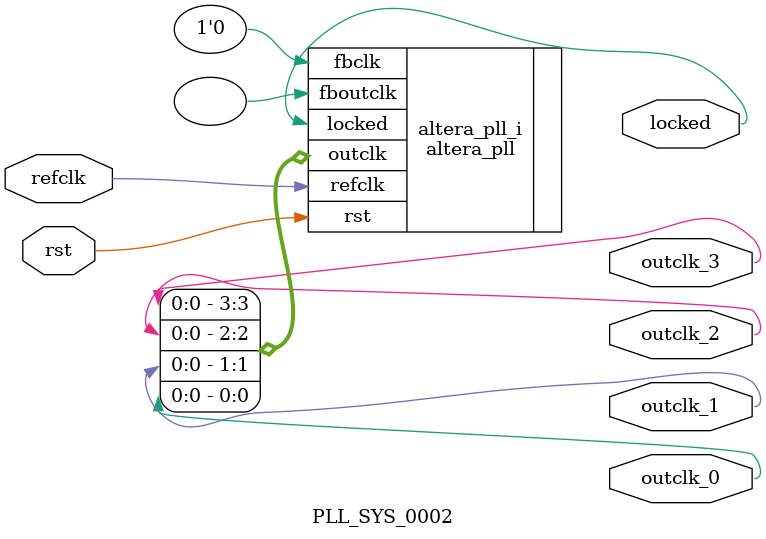
<source format=v>
`timescale 1ns/10ps
module  PLL_SYS_0002(

	// interface 'refclk'
	input wire refclk,

	// interface 'reset'
	input wire rst,

	// interface 'outclk0'
	output wire outclk_0,

	// interface 'outclk1'
	output wire outclk_1,

	// interface 'outclk2'
	output wire outclk_2,

	// interface 'outclk3'
	output wire outclk_3,

	// interface 'locked'
	output wire locked
);

	altera_pll #(
		.fractional_vco_multiplier("false"),
		.reference_clock_frequency("50.0 MHz"),
		.operation_mode("normal"),
		.number_of_clocks(4),
		.output_clock_frequency0("80.000000 MHz"),
		.phase_shift0("0 ps"),
		.duty_cycle0(50),
		.output_clock_frequency1("80.000000 MHz"),
		.phase_shift1("9375 ps"),
		.duty_cycle1(50),
		.output_clock_frequency2("25.000000 MHz"),
		.phase_shift2("0 ps"),
		.duty_cycle2(50),
		.output_clock_frequency3("24.000000 MHz"),
		.phase_shift3("0 ps"),
		.duty_cycle3(50),
		.output_clock_frequency4("0 MHz"),
		.phase_shift4("0 ps"),
		.duty_cycle4(50),
		.output_clock_frequency5("0 MHz"),
		.phase_shift5("0 ps"),
		.duty_cycle5(50),
		.output_clock_frequency6("0 MHz"),
		.phase_shift6("0 ps"),
		.duty_cycle6(50),
		.output_clock_frequency7("0 MHz"),
		.phase_shift7("0 ps"),
		.duty_cycle7(50),
		.output_clock_frequency8("0 MHz"),
		.phase_shift8("0 ps"),
		.duty_cycle8(50),
		.output_clock_frequency9("0 MHz"),
		.phase_shift9("0 ps"),
		.duty_cycle9(50),
		.output_clock_frequency10("0 MHz"),
		.phase_shift10("0 ps"),
		.duty_cycle10(50),
		.output_clock_frequency11("0 MHz"),
		.phase_shift11("0 ps"),
		.duty_cycle11(50),
		.output_clock_frequency12("0 MHz"),
		.phase_shift12("0 ps"),
		.duty_cycle12(50),
		.output_clock_frequency13("0 MHz"),
		.phase_shift13("0 ps"),
		.duty_cycle13(50),
		.output_clock_frequency14("0 MHz"),
		.phase_shift14("0 ps"),
		.duty_cycle14(50),
		.output_clock_frequency15("0 MHz"),
		.phase_shift15("0 ps"),
		.duty_cycle15(50),
		.output_clock_frequency16("0 MHz"),
		.phase_shift16("0 ps"),
		.duty_cycle16(50),
		.output_clock_frequency17("0 MHz"),
		.phase_shift17("0 ps"),
		.duty_cycle17(50),
		.pll_type("General"),
		.pll_subtype("General")
	) altera_pll_i (
		.rst	(rst),
		.outclk	({outclk_3, outclk_2, outclk_1, outclk_0}),
		.locked	(locked),
		.fboutclk	( ),
		.fbclk	(1'b0),
		.refclk	(refclk)
	);
endmodule


</source>
